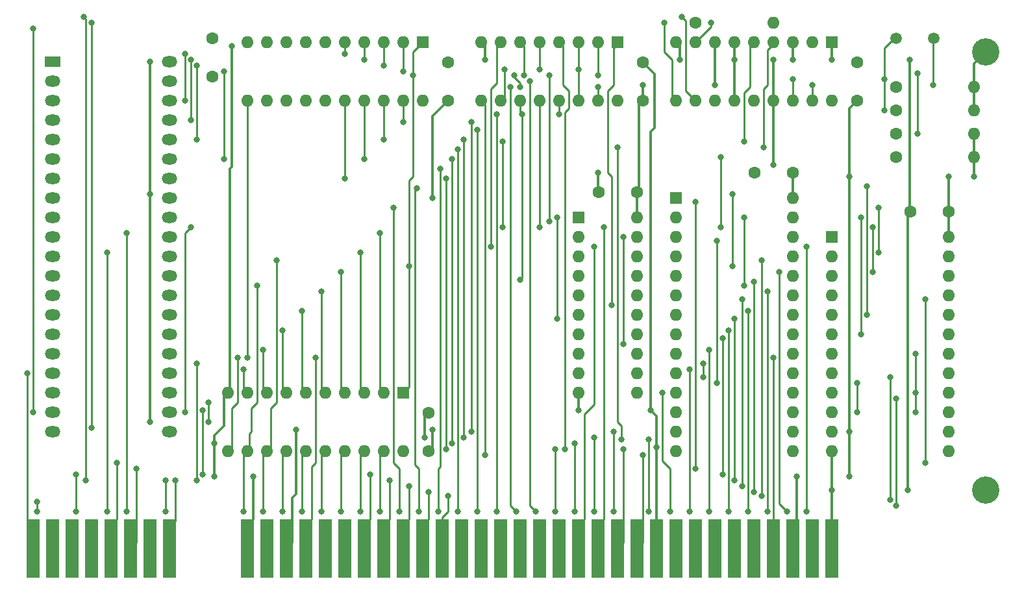
<source format=gbr>
G04 #@! TF.GenerationSoftware,KiCad,Pcbnew,(5.1.8)-1*
G04 #@! TF.CreationDate,2022-07-22T12:19:48-06:00*
G04 #@! TF.ProjectId,8088,38303838-2e6b-4696-9361-645f70636258,rev?*
G04 #@! TF.SameCoordinates,Original*
G04 #@! TF.FileFunction,Copper,L2,Bot*
G04 #@! TF.FilePolarity,Positive*
%FSLAX46Y46*%
G04 Gerber Fmt 4.6, Leading zero omitted, Abs format (unit mm)*
G04 Created by KiCad (PCBNEW (5.1.8)-1) date 2022-07-22 12:19:48*
%MOMM*%
%LPD*%
G01*
G04 APERTURE LIST*
G04 #@! TA.AperFunction,ComponentPad*
%ADD10O,2.000000X1.440000*%
G04 #@! TD*
G04 #@! TA.AperFunction,ComponentPad*
%ADD11R,2.000000X1.440000*%
G04 #@! TD*
G04 #@! TA.AperFunction,ComponentPad*
%ADD12C,1.600000*%
G04 #@! TD*
G04 #@! TA.AperFunction,ComponentPad*
%ADD13C,1.500000*%
G04 #@! TD*
G04 #@! TA.AperFunction,ComponentPad*
%ADD14O,1.600000X1.600000*%
G04 #@! TD*
G04 #@! TA.AperFunction,ComponentPad*
%ADD15R,1.600000X1.600000*%
G04 #@! TD*
G04 #@! TA.AperFunction,ConnectorPad*
%ADD16R,1.780000X7.620000*%
G04 #@! TD*
G04 #@! TA.AperFunction,ComponentPad*
%ADD17C,3.556000*%
G04 #@! TD*
G04 #@! TA.AperFunction,ViaPad*
%ADD18C,0.800000*%
G04 #@! TD*
G04 #@! TA.AperFunction,Conductor*
%ADD19C,0.330200*%
G04 #@! TD*
G04 #@! TA.AperFunction,Conductor*
%ADD20C,0.250000*%
G04 #@! TD*
G04 APERTURE END LIST*
D10*
G04 #@! TO.P,U1,21*
G04 #@! TO.N,/RESET1*
X75176380Y-114528600D03*
G04 #@! TO.P,U1,20*
G04 #@! TO.N,/GND*
X59936380Y-114528600D03*
G04 #@! TO.P,U1,22*
G04 #@! TO.N,/READY1*
X75176380Y-111988600D03*
G04 #@! TO.P,U1,19*
G04 #@! TO.N,/CLK_88*
X59936380Y-111988600D03*
G04 #@! TO.P,U1,23*
G04 #@! TO.N,/GND*
X75176380Y-109448600D03*
G04 #@! TO.P,U1,18*
G04 #@! TO.N,/INTR*
X59936380Y-109448600D03*
G04 #@! TO.P,U1,24*
G04 #@! TO.N,/INTA*
X75176380Y-106908600D03*
G04 #@! TO.P,U1,17*
G04 #@! TO.N,/NMI*
X59936380Y-106908600D03*
G04 #@! TO.P,U1,25*
G04 #@! TO.N,/ALE*
X75176380Y-104368600D03*
G04 #@! TO.P,U1,16*
G04 #@! TO.N,/AD0*
X59936380Y-104368600D03*
G04 #@! TO.P,U1,26*
G04 #@! TO.N,/DEN*
X75176380Y-101828600D03*
G04 #@! TO.P,U1,15*
G04 #@! TO.N,/AD1*
X59936380Y-101828600D03*
G04 #@! TO.P,U1,27*
G04 #@! TO.N,/DTR*
X75176380Y-99288600D03*
G04 #@! TO.P,U1,14*
G04 #@! TO.N,/AD2*
X59936380Y-99288600D03*
G04 #@! TO.P,U1,28*
G04 #@! TO.N,/IO_M*
X75176380Y-96748600D03*
G04 #@! TO.P,U1,13*
G04 #@! TO.N,/AD3*
X59936380Y-96748600D03*
G04 #@! TO.P,U1,29*
G04 #@! TO.N,/WR*
X75176380Y-94208600D03*
G04 #@! TO.P,U1,12*
G04 #@! TO.N,/AD4*
X59936380Y-94208600D03*
G04 #@! TO.P,U1,30*
G04 #@! TO.N,/HOLDA*
X75176380Y-91668600D03*
G04 #@! TO.P,U1,11*
G04 #@! TO.N,/AD5*
X59936380Y-91668600D03*
G04 #@! TO.P,U1,31*
G04 #@! TO.N,/HOLD*
X75176380Y-89128600D03*
G04 #@! TO.P,U1,10*
G04 #@! TO.N,/AD6*
X59936380Y-89128600D03*
G04 #@! TO.P,U1,32*
G04 #@! TO.N,/RD*
X75176380Y-86588600D03*
G04 #@! TO.P,U1,9*
G04 #@! TO.N,/AD7*
X59936380Y-86588600D03*
G04 #@! TO.P,U1,33*
G04 #@! TO.N,/5+*
X75176380Y-84048600D03*
G04 #@! TO.P,U1,8*
G04 #@! TO.N,/A8*
X59936380Y-84048600D03*
G04 #@! TO.P,U1,34*
G04 #@! TO.N,Net-(U1-Pad34)*
X75176380Y-81508600D03*
G04 #@! TO.P,U1,7*
G04 #@! TO.N,/A9*
X59936380Y-81508600D03*
G04 #@! TO.P,U1,35*
G04 #@! TO.N,/A19_*
X75176380Y-78968600D03*
G04 #@! TO.P,U1,6*
G04 #@! TO.N,/A10*
X59936380Y-78968600D03*
G04 #@! TO.P,U1,36*
G04 #@! TO.N,/A18_*
X75176380Y-76428600D03*
G04 #@! TO.P,U1,5*
G04 #@! TO.N,/A11*
X59936380Y-76428600D03*
G04 #@! TO.P,U1,37*
G04 #@! TO.N,/A17_*
X75176380Y-73888600D03*
G04 #@! TO.P,U1,4*
G04 #@! TO.N,/A12*
X59936380Y-73888600D03*
G04 #@! TO.P,U1,38*
G04 #@! TO.N,/A16_*
X75176380Y-71348600D03*
G04 #@! TO.P,U1,3*
G04 #@! TO.N,/A13*
X59936380Y-71348600D03*
G04 #@! TO.P,U1,39*
G04 #@! TO.N,/A15*
X75176380Y-68808600D03*
G04 #@! TO.P,U1,2*
G04 #@! TO.N,/A14*
X59936380Y-68808600D03*
G04 #@! TO.P,U1,40*
G04 #@! TO.N,/5+*
X75176380Y-66268600D03*
D11*
G04 #@! TO.P,U1,1*
G04 #@! TO.N,/GND*
X59936380Y-66268600D03*
G04 #@! TD*
D12*
G04 #@! TO.P,C1,2*
G04 #@! TO.N,/5+*
X80764380Y-68220600D03*
G04 #@! TO.P,C1,1*
G04 #@! TO.N,/GND*
X80764380Y-63220600D03*
G04 #@! TD*
D13*
G04 #@! TO.P,Y1,2*
G04 #@! TO.N,/X1*
X174818380Y-63220600D03*
G04 #@! TO.P,Y1,1*
G04 #@! TO.N,/X2*
X169918380Y-63220600D03*
G04 #@! TD*
D14*
G04 #@! TO.P,U5,16*
G04 #@! TO.N,/5+*
X133596380Y-71348600D03*
G04 #@! TO.P,U5,8*
G04 #@! TO.N,/GND*
X115816380Y-63728600D03*
G04 #@! TO.P,U5,15*
G04 #@! TO.N,/HOLDA*
X131056380Y-71348600D03*
G04 #@! TO.P,U5,7*
G04 #@! TO.N,/IORD*
X118356380Y-63728600D03*
G04 #@! TO.P,U5,14*
G04 #@! TO.N,/PU1*
X128516380Y-71348600D03*
G04 #@! TO.P,U5,6*
G04 #@! TO.N,/RD*
X120896380Y-63728600D03*
G04 #@! TO.P,U5,13*
G04 #@! TO.N,/WR*
X125976380Y-71348600D03*
G04 #@! TO.P,U5,5*
G04 #@! TO.N,/PU1*
X123436380Y-63728600D03*
G04 #@! TO.P,U5,12*
G04 #@! TO.N,/IOWR*
X123436380Y-71348600D03*
G04 #@! TO.P,U5,4*
G04 #@! TO.N,/MRD*
X125976380Y-63728600D03*
G04 #@! TO.P,U5,11*
G04 #@! TO.N,/WR*
X120896380Y-71348600D03*
G04 #@! TO.P,U5,3*
G04 #@! TO.N,/PU1*
X128516380Y-63728600D03*
G04 #@! TO.P,U5,10*
X118356380Y-71348600D03*
G04 #@! TO.P,U5,2*
G04 #@! TO.N,/RD*
X131056380Y-63728600D03*
G04 #@! TO.P,U5,9*
G04 #@! TO.N,/MWR*
X115816380Y-71348600D03*
D15*
G04 #@! TO.P,U5,1*
G04 #@! TO.N,/IO_M*
X133596380Y-63728600D03*
G04 #@! TD*
D14*
G04 #@! TO.P,U8,24*
G04 #@! TO.N,/5+*
X176776380Y-89128600D03*
G04 #@! TO.P,U8,12*
G04 #@! TO.N,/GND*
X161536380Y-117068600D03*
G04 #@! TO.P,U8,23*
G04 #@! TO.N,/IOWR*
X176776380Y-91668600D03*
G04 #@! TO.P,U8,11*
G04 #@! TO.N,/5+*
X161536380Y-114528600D03*
G04 #@! TO.P,U8,22*
G04 #@! TO.N,/IORD*
X176776380Y-94208600D03*
G04 #@! TO.P,U8,10*
G04 #@! TO.N,/IRQ0*
X161536380Y-111988600D03*
G04 #@! TO.P,U8,21*
G04 #@! TO.N,/IO_004X*
X176776380Y-96748600D03*
G04 #@! TO.P,U8,9*
G04 #@! TO.N,/HF_PCLK*
X161536380Y-109448600D03*
G04 #@! TO.P,U8,20*
G04 #@! TO.N,/A1*
X176776380Y-99288600D03*
G04 #@! TO.P,U8,8*
G04 #@! TO.N,/D0*
X161536380Y-106908600D03*
G04 #@! TO.P,U8,19*
G04 #@! TO.N,/A0*
X176776380Y-101828600D03*
G04 #@! TO.P,U8,7*
G04 #@! TO.N,/D1*
X161536380Y-104368600D03*
G04 #@! TO.P,U8,18*
G04 #@! TO.N,/HF_PCLK*
X176776380Y-104368600D03*
G04 #@! TO.P,U8,6*
G04 #@! TO.N,/D2*
X161536380Y-101828600D03*
G04 #@! TO.P,U8,17*
G04 #@! TO.N,/SPK_OUT*
X176776380Y-106908600D03*
G04 #@! TO.P,U8,5*
G04 #@! TO.N,/D3*
X161536380Y-99288600D03*
G04 #@! TO.P,U8,16*
G04 #@! TO.N,/SPK_GO*
X176776380Y-109448600D03*
G04 #@! TO.P,U8,4*
G04 #@! TO.N,/D4*
X161536380Y-96748600D03*
G04 #@! TO.P,U8,15*
G04 #@! TO.N,/HF_PCLK*
X176776380Y-111988600D03*
G04 #@! TO.P,U8,3*
G04 #@! TO.N,/D5*
X161536380Y-94208600D03*
G04 #@! TO.P,U8,14*
G04 #@! TO.N,/5+*
X176776380Y-114528600D03*
G04 #@! TO.P,U8,2*
G04 #@! TO.N,/D6*
X161536380Y-91668600D03*
G04 #@! TO.P,U8,13*
G04 #@! TO.N,Net-(U8-Pad13)*
X176776380Y-117068600D03*
D15*
G04 #@! TO.P,U8,1*
G04 #@! TO.N,/D7*
X161536380Y-89128600D03*
G04 #@! TD*
D14*
G04 #@! TO.P,U7,28*
G04 #@! TO.N,/5+*
X156456380Y-84048600D03*
G04 #@! TO.P,U7,14*
G04 #@! TO.N,/GND*
X141216380Y-117068600D03*
G04 #@! TO.P,U7,27*
G04 #@! TO.N,/A0*
X156456380Y-86588600D03*
G04 #@! TO.P,U7,13*
G04 #@! TO.N,Net-(U7-Pad13)*
X141216380Y-114528600D03*
G04 #@! TO.P,U7,26*
G04 #@! TO.N,/INTA*
X156456380Y-89128600D03*
G04 #@! TO.P,U7,12*
G04 #@! TO.N,Net-(U7-Pad12)*
X141216380Y-111988600D03*
G04 #@! TO.P,U7,25*
G04 #@! TO.N,/IRQ7*
X156456380Y-91668600D03*
G04 #@! TO.P,U7,11*
G04 #@! TO.N,/D0*
X141216380Y-109448600D03*
G04 #@! TO.P,U7,24*
G04 #@! TO.N,/IRQ6*
X156456380Y-94208600D03*
G04 #@! TO.P,U7,10*
G04 #@! TO.N,/D1*
X141216380Y-106908600D03*
G04 #@! TO.P,U7,23*
G04 #@! TO.N,/IRQ5*
X156456380Y-96748600D03*
G04 #@! TO.P,U7,9*
G04 #@! TO.N,/D2*
X141216380Y-104368600D03*
G04 #@! TO.P,U7,22*
G04 #@! TO.N,/IRQ4*
X156456380Y-99288600D03*
G04 #@! TO.P,U7,8*
G04 #@! TO.N,/D3*
X141216380Y-101828600D03*
G04 #@! TO.P,U7,21*
G04 #@! TO.N,/IRQ3*
X156456380Y-101828600D03*
G04 #@! TO.P,U7,7*
G04 #@! TO.N,/D4*
X141216380Y-99288600D03*
G04 #@! TO.P,U7,20*
G04 #@! TO.N,/IRQ2*
X156456380Y-104368600D03*
G04 #@! TO.P,U7,6*
G04 #@! TO.N,/D5*
X141216380Y-96748600D03*
G04 #@! TO.P,U7,19*
G04 #@! TO.N,/IRQ1*
X156456380Y-106908600D03*
G04 #@! TO.P,U7,5*
G04 #@! TO.N,/D6*
X141216380Y-94208600D03*
G04 #@! TO.P,U7,18*
G04 #@! TO.N,/IRQ0*
X156456380Y-109448600D03*
G04 #@! TO.P,U7,4*
G04 #@! TO.N,/D7*
X141216380Y-91668600D03*
G04 #@! TO.P,U7,17*
G04 #@! TO.N,/INTR*
X156456380Y-111988600D03*
G04 #@! TO.P,U7,3*
G04 #@! TO.N,/IORD*
X141216380Y-89128600D03*
G04 #@! TO.P,U7,16*
G04 #@! TO.N,/5+*
X156456380Y-114528600D03*
G04 #@! TO.P,U7,2*
G04 #@! TO.N,/IOWR*
X141216380Y-86588600D03*
G04 #@! TO.P,U7,15*
G04 #@! TO.N,Net-(U7-Pad15)*
X156456380Y-117068600D03*
D15*
G04 #@! TO.P,U7,1*
G04 #@! TO.N,/IO_002X*
X141216380Y-84048600D03*
G04 #@! TD*
D14*
G04 #@! TO.P,U6,18*
G04 #@! TO.N,/5+*
X161536380Y-71348600D03*
G04 #@! TO.P,U6,9*
G04 #@! TO.N,/GND*
X141216380Y-63728600D03*
G04 #@! TO.P,U6,17*
G04 #@! TO.N,/X1*
X158996380Y-71348600D03*
G04 #@! TO.P,U6,8*
G04 #@! TO.N,/CLK1*
X143756380Y-63728600D03*
G04 #@! TO.P,U6,16*
G04 #@! TO.N,/X2*
X156456380Y-71348600D03*
G04 #@! TO.P,U6,7*
G04 #@! TO.N,/5+*
X146296380Y-63728600D03*
G04 #@! TO.P,U6,15*
G04 #@! TO.N,/GND*
X153916380Y-71348600D03*
G04 #@! TO.P,U6,6*
X148836380Y-63728600D03*
G04 #@! TO.P,U6,14*
G04 #@! TO.N,Net-(U6-Pad14)*
X151376380Y-71348600D03*
G04 #@! TO.P,U6,5*
G04 #@! TO.N,/READY1*
X151376380Y-63728600D03*
G04 #@! TO.P,U6,13*
G04 #@! TO.N,/GND*
X148836380Y-71348600D03*
G04 #@! TO.P,U6,4*
G04 #@! TO.N,/RDY1*
X153916380Y-63728600D03*
G04 #@! TO.P,U6,12*
G04 #@! TO.N,Net-(U6-Pad12)*
X146296380Y-71348600D03*
G04 #@! TO.P,U6,3*
G04 #@! TO.N,/GND*
X156456380Y-63728600D03*
G04 #@! TO.P,U6,11*
G04 #@! TO.N,/RESET*
X143756380Y-71348600D03*
G04 #@! TO.P,U6,2*
G04 #@! TO.N,Net-(U6-Pad2)*
X158996380Y-63728600D03*
G04 #@! TO.P,U6,10*
G04 #@! TO.N,/RESET1*
X141216380Y-71348600D03*
D15*
G04 #@! TO.P,U6,1*
G04 #@! TO.N,/GND*
X161536380Y-63728600D03*
G04 #@! TD*
D14*
G04 #@! TO.P,R4,2*
G04 #@! TO.N,/5+*
X180078380Y-75666600D03*
D12*
G04 #@! TO.P,R4,1*
G04 #@! TO.N,/PU1*
X169918380Y-75666600D03*
G04 #@! TD*
D14*
G04 #@! TO.P,R2,2*
G04 #@! TO.N,/GND*
X180078380Y-69570600D03*
D12*
G04 #@! TO.P,R2,1*
G04 #@! TO.N,/X1*
X169918380Y-69570600D03*
G04 #@! TD*
D14*
G04 #@! TO.P,R3,2*
G04 #@! TO.N,/GND*
X180078380Y-72618600D03*
D12*
G04 #@! TO.P,R3,1*
G04 #@! TO.N,/X2*
X169918380Y-72618600D03*
G04 #@! TD*
D14*
G04 #@! TO.P,R1,2*
G04 #@! TO.N,/CLK1*
X153916380Y-61188600D03*
D12*
G04 #@! TO.P,R1,1*
G04 #@! TO.N,/CLK_88*
X143756380Y-61188600D03*
G04 #@! TD*
D14*
G04 #@! TO.P,R5,2*
G04 #@! TO.N,/5+*
X180078380Y-78714600D03*
D12*
G04 #@! TO.P,R5,1*
G04 #@! TO.N,/DEN*
X169918380Y-78714600D03*
G04 #@! TD*
G04 #@! TO.P,C8,2*
G04 #@! TO.N,/5+*
X176776380Y-85826600D03*
G04 #@! TO.P,C8,1*
G04 #@! TO.N,/GND*
X171776380Y-85826600D03*
G04 #@! TD*
G04 #@! TO.P,C7,2*
G04 #@! TO.N,/5+*
X156456380Y-80746600D03*
G04 #@! TO.P,C7,1*
G04 #@! TO.N,/GND*
X151456380Y-80746600D03*
G04 #@! TD*
G04 #@! TO.P,C6,2*
G04 #@! TO.N,/5+*
X164838380Y-71348600D03*
G04 #@! TO.P,C6,1*
G04 #@! TO.N,/GND*
X164838380Y-66348600D03*
G04 #@! TD*
G04 #@! TO.P,C5,2*
G04 #@! TO.N,/5+*
X136898380Y-71348600D03*
G04 #@! TO.P,C5,1*
G04 #@! TO.N,/GND*
X136898380Y-66348600D03*
G04 #@! TD*
D16*
G04 #@! TO.P,J1,8*
G04 #@! TO.N,/NMI*
X57396380Y-129768600D03*
G04 #@! TO.P,J1,7*
G04 #@! TO.N,Net-(J1-Pad7)*
X59936380Y-129768600D03*
G04 #@! TO.P,J1,6*
G04 #@! TO.N,/IO_008X*
X62476380Y-129768600D03*
G04 #@! TO.P,J1,5*
G04 #@! TO.N,/IO_006X*
X65016380Y-129768600D03*
G04 #@! TO.P,J1,4*
G04 #@! TO.N,/IO_004X*
X67556380Y-129768600D03*
G04 #@! TO.P,J1,3*
G04 #@! TO.N,/IO_002X*
X70096380Y-129768600D03*
G04 #@! TO.P,J1,2*
G04 #@! TO.N,/IO_000X*
X72636380Y-129768600D03*
G04 #@! TO.P,J1,1*
G04 #@! TO.N,/IRQ1*
X75176380Y-129768600D03*
G04 #@! TD*
D14*
G04 #@! TO.P,U4,20*
G04 #@! TO.N,/5+*
X136136380Y-86588600D03*
G04 #@! TO.P,U4,10*
G04 #@! TO.N,/GND*
X128516380Y-109448600D03*
G04 #@! TO.P,U4,19*
G04 #@! TO.N,/DEN*
X136136380Y-89128600D03*
G04 #@! TO.P,U4,9*
G04 #@! TO.N,/AD0*
X128516380Y-106908600D03*
G04 #@! TO.P,U4,18*
G04 #@! TO.N,/D7*
X136136380Y-91668600D03*
G04 #@! TO.P,U4,8*
G04 #@! TO.N,/AD1*
X128516380Y-104368600D03*
G04 #@! TO.P,U4,17*
G04 #@! TO.N,/D6*
X136136380Y-94208600D03*
G04 #@! TO.P,U4,7*
G04 #@! TO.N,/AD2*
X128516380Y-101828600D03*
G04 #@! TO.P,U4,16*
G04 #@! TO.N,/D5*
X136136380Y-96748600D03*
G04 #@! TO.P,U4,6*
G04 #@! TO.N,/AD3*
X128516380Y-99288600D03*
G04 #@! TO.P,U4,15*
G04 #@! TO.N,/D4*
X136136380Y-99288600D03*
G04 #@! TO.P,U4,5*
G04 #@! TO.N,/AD4*
X128516380Y-96748600D03*
G04 #@! TO.P,U4,14*
G04 #@! TO.N,/D3*
X136136380Y-101828600D03*
G04 #@! TO.P,U4,4*
G04 #@! TO.N,/AD5*
X128516380Y-94208600D03*
G04 #@! TO.P,U4,13*
G04 #@! TO.N,/D2*
X136136380Y-104368600D03*
G04 #@! TO.P,U4,3*
G04 #@! TO.N,/AD6*
X128516380Y-91668600D03*
G04 #@! TO.P,U4,12*
G04 #@! TO.N,/D1*
X136136380Y-106908600D03*
G04 #@! TO.P,U4,2*
G04 #@! TO.N,/AD7*
X128516380Y-89128600D03*
G04 #@! TO.P,U4,11*
G04 #@! TO.N,/D0*
X136136380Y-109448600D03*
D15*
G04 #@! TO.P,U4,1*
G04 #@! TO.N,/DTR*
X128516380Y-86588600D03*
G04 #@! TD*
D14*
G04 #@! TO.P,U2,20*
G04 #@! TO.N,/5+*
X108196380Y-71348600D03*
G04 #@! TO.P,U2,10*
G04 #@! TO.N,/GND*
X85336380Y-63728600D03*
G04 #@! TO.P,U2,19*
G04 #@! TO.N,/A19*
X105656380Y-71348600D03*
G04 #@! TO.P,U2,9*
G04 #@! TO.N,Net-(U2-Pad9)*
X87876380Y-63728600D03*
G04 #@! TO.P,U2,18*
G04 #@! TO.N,/A18*
X103116380Y-71348600D03*
G04 #@! TO.P,U2,8*
G04 #@! TO.N,Net-(U2-Pad8)*
X90416380Y-63728600D03*
G04 #@! TO.P,U2,17*
G04 #@! TO.N,/A17*
X100576380Y-71348600D03*
G04 #@! TO.P,U2,7*
G04 #@! TO.N,Net-(U2-Pad7)*
X92956380Y-63728600D03*
G04 #@! TO.P,U2,16*
G04 #@! TO.N,/A16*
X98036380Y-71348600D03*
G04 #@! TO.P,U2,6*
G04 #@! TO.N,Net-(U2-Pad6)*
X95496380Y-63728600D03*
G04 #@! TO.P,U2,15*
G04 #@! TO.N,Net-(U2-Pad15)*
X95496380Y-71348600D03*
G04 #@! TO.P,U2,5*
G04 #@! TO.N,/A16_*
X98036380Y-63728600D03*
G04 #@! TO.P,U2,14*
G04 #@! TO.N,Net-(U2-Pad14)*
X92956380Y-71348600D03*
G04 #@! TO.P,U2,4*
G04 #@! TO.N,/A17_*
X100576380Y-63728600D03*
G04 #@! TO.P,U2,13*
G04 #@! TO.N,Net-(U2-Pad13)*
X90416380Y-71348600D03*
G04 #@! TO.P,U2,3*
G04 #@! TO.N,/A18_*
X103116380Y-63728600D03*
G04 #@! TO.P,U2,12*
G04 #@! TO.N,Net-(U2-Pad12)*
X87876380Y-71348600D03*
G04 #@! TO.P,U2,2*
G04 #@! TO.N,/A19_*
X105656380Y-63728600D03*
G04 #@! TO.P,U2,11*
G04 #@! TO.N,/ALE*
X85336380Y-71348600D03*
D15*
G04 #@! TO.P,U2,1*
G04 #@! TO.N,/HOLDA*
X108196380Y-63728600D03*
G04 #@! TD*
D14*
G04 #@! TO.P,U3,20*
G04 #@! TO.N,/5+*
X105656380Y-117068600D03*
G04 #@! TO.P,U3,10*
G04 #@! TO.N,/GND*
X82796380Y-109448600D03*
G04 #@! TO.P,U3,19*
G04 #@! TO.N,/A7*
X103116380Y-117068600D03*
G04 #@! TO.P,U3,9*
G04 #@! TO.N,/AD0*
X85336380Y-109448600D03*
G04 #@! TO.P,U3,18*
G04 #@! TO.N,/A6*
X100576380Y-117068600D03*
G04 #@! TO.P,U3,8*
G04 #@! TO.N,/AD1*
X87876380Y-109448600D03*
G04 #@! TO.P,U3,17*
G04 #@! TO.N,/A5*
X98036380Y-117068600D03*
G04 #@! TO.P,U3,7*
G04 #@! TO.N,/AD2*
X90416380Y-109448600D03*
G04 #@! TO.P,U3,16*
G04 #@! TO.N,/A4*
X95496380Y-117068600D03*
G04 #@! TO.P,U3,6*
G04 #@! TO.N,/AD3*
X92956380Y-109448600D03*
G04 #@! TO.P,U3,15*
G04 #@! TO.N,/A3*
X92956380Y-117068600D03*
G04 #@! TO.P,U3,5*
G04 #@! TO.N,/AD4*
X95496380Y-109448600D03*
G04 #@! TO.P,U3,14*
G04 #@! TO.N,/A2*
X90416380Y-117068600D03*
G04 #@! TO.P,U3,4*
G04 #@! TO.N,/AD5*
X98036380Y-109448600D03*
G04 #@! TO.P,U3,13*
G04 #@! TO.N,/A1*
X87876380Y-117068600D03*
G04 #@! TO.P,U3,3*
G04 #@! TO.N,/AD6*
X100576380Y-109448600D03*
G04 #@! TO.P,U3,12*
G04 #@! TO.N,/A0*
X85336380Y-117068600D03*
G04 #@! TO.P,U3,2*
G04 #@! TO.N,/AD7*
X103116380Y-109448600D03*
G04 #@! TO.P,U3,11*
G04 #@! TO.N,/ALE*
X82796380Y-117068600D03*
D15*
G04 #@! TO.P,U3,1*
G04 #@! TO.N,/HOLDA*
X105656380Y-109448600D03*
G04 #@! TD*
D12*
G04 #@! TO.P,C4,2*
G04 #@! TO.N,/5+*
X136136380Y-83286600D03*
G04 #@! TO.P,C4,1*
G04 #@! TO.N,/GND*
X131136380Y-83286600D03*
G04 #@! TD*
G04 #@! TO.P,C3,2*
G04 #@! TO.N,/5+*
X108958380Y-117068600D03*
G04 #@! TO.P,C3,1*
G04 #@! TO.N,/GND*
X108958380Y-112068600D03*
G04 #@! TD*
G04 #@! TO.P,C2,2*
G04 #@! TO.N,/5+*
X111498380Y-71348600D03*
G04 #@! TO.P,C2,1*
G04 #@! TO.N,/GND*
X111498380Y-66348600D03*
G04 #@! TD*
D16*
G04 #@! TO.P,J9,31*
G04 #@! TO.N,/GND*
X85336380Y-129768600D03*
G04 #@! TO.P,J9,30*
G04 #@! TO.N,/OSC88*
X87876380Y-129768600D03*
G04 #@! TO.P,J9,29*
G04 #@! TO.N,/5+*
X90416380Y-129768600D03*
G04 #@! TO.P,J9,28*
G04 #@! TO.N,/ALE*
X92956380Y-129768600D03*
G04 #@! TO.P,J9,27*
G04 #@! TO.N,/TC*
X95496380Y-129768600D03*
G04 #@! TO.P,J9,26*
G04 #@! TO.N,/DACK2*
X98036380Y-129768600D03*
G04 #@! TO.P,J9,25*
G04 #@! TO.N,/IRQ3*
X100576380Y-129768600D03*
G04 #@! TO.P,J9,24*
G04 #@! TO.N,/IRQ4*
X103116380Y-129768600D03*
G04 #@! TO.P,J9,23*
G04 #@! TO.N,/IRQ5*
X105656380Y-129768600D03*
G04 #@! TO.P,J9,22*
G04 #@! TO.N,/IRQ6*
X108196380Y-129768600D03*
G04 #@! TO.P,J9,21*
G04 #@! TO.N,/IRQ7*
X110736380Y-129768600D03*
G04 #@! TO.P,J9,20*
G04 #@! TO.N,/CLK88*
X113276380Y-129768600D03*
G04 #@! TO.P,J9,19*
G04 #@! TO.N,/REFRQ*
X115816380Y-129768600D03*
G04 #@! TO.P,J9,18*
G04 #@! TO.N,/DRQ1*
X118356380Y-129768600D03*
G04 #@! TO.P,J9,17*
G04 #@! TO.N,/DACK1*
X120896380Y-129768600D03*
G04 #@! TO.P,J9,16*
G04 #@! TO.N,/DRQ3*
X123436380Y-129768600D03*
G04 #@! TO.P,J9,15*
G04 #@! TO.N,/DACK3*
X125976380Y-129768600D03*
G04 #@! TO.P,J9,14*
G04 #@! TO.N,/IORD*
X128516380Y-129768600D03*
G04 #@! TO.P,J9,13*
G04 #@! TO.N,/IOWR*
X131056380Y-129768600D03*
G04 #@! TO.P,J9,12*
G04 #@! TO.N,/MRD*
X133596380Y-129768600D03*
G04 #@! TO.P,J9,11*
G04 #@! TO.N,/MWR*
X136136380Y-129768600D03*
G04 #@! TO.P,J9,10*
G04 #@! TO.N,/GND*
X138676380Y-129768600D03*
G04 #@! TO.P,J9,9*
G04 #@! TO.N,/12+*
X141216380Y-129768600D03*
G04 #@! TO.P,J9,8*
G04 #@! TO.N,/NC*
X143756380Y-129768600D03*
G04 #@! TO.P,J9,7*
G04 #@! TO.N,/12-*
X146296380Y-129768600D03*
G04 #@! TO.P,J9,6*
G04 #@! TO.N,/DRQ2*
X148836380Y-129768600D03*
G04 #@! TO.P,J9,5*
G04 #@! TO.N,/5-*
X151376380Y-129768600D03*
G04 #@! TO.P,J9,4*
G04 #@! TO.N,/IRQ2*
X153916380Y-129768600D03*
G04 #@! TO.P,J9,3*
G04 #@! TO.N,/5+*
X156456380Y-129768600D03*
G04 #@! TO.P,J9,2*
G04 #@! TO.N,/RESOUT*
X158996380Y-129768600D03*
G04 #@! TO.P,J9,1*
G04 #@! TO.N,/GND*
X161536380Y-129768600D03*
G04 #@! TD*
D17*
G04 #@! TO.P,R,1*
G04 #@! TO.N,/GND*
X181602380Y-122148600D03*
G04 #@! TD*
G04 #@! TO.P,R,1*
G04 #@! TO.N,/GND*
X181602380Y-64998600D03*
G04 #@! TD*
D18*
G04 #@! TO.N,/5+*
X156964380Y-120370600D03*
X163822380Y-120370600D03*
X163822380Y-114528600D03*
X72636380Y-83540600D03*
X176776380Y-81254600D03*
X109466380Y-84048600D03*
X72636380Y-113258600D03*
X109466380Y-114274596D03*
X163822380Y-81254600D03*
X146296380Y-69316600D03*
X136898380Y-69316600D03*
X180078380Y-81254600D03*
X91686384Y-114274596D03*
X72636380Y-66268600D03*
G04 #@! TO.N,/GND*
X161536380Y-122148600D03*
X108450380Y-115290600D03*
X83304380Y-64236600D03*
X161536380Y-66014600D03*
X156456380Y-66014600D03*
X153916380Y-66014600D03*
X148836380Y-66014600D03*
X141724380Y-66014600D03*
X116324380Y-66014600D03*
X128516380Y-111734600D03*
X137914380Y-111734600D03*
X171696380Y-66014600D03*
X171442380Y-122148600D03*
X153916380Y-79730600D03*
X131056380Y-80746600D03*
X138676380Y-116560600D03*
X81018380Y-116052600D03*
X86098380Y-120370600D03*
X81018380Y-120370600D03*
G04 #@! TO.N,/IRQ2*
X153916380Y-104876600D03*
G04 #@! TO.N,/IRQ7*
X152392380Y-92176600D03*
X111498380Y-122910600D03*
X152392380Y-122910600D03*
G04 #@! TO.N,/IRQ6*
X108958380Y-122402600D03*
X151376380Y-94970600D03*
X151376380Y-122402600D03*
G04 #@! TO.N,/IRQ5*
X106418380Y-121640600D03*
X149852380Y-121640600D03*
X149852380Y-97256600D03*
G04 #@! TO.N,/IRQ4*
X103878380Y-120878600D03*
X148836380Y-120878600D03*
X148836380Y-99796600D03*
G04 #@! TO.N,/IRQ3*
X101338380Y-120116600D03*
X147312380Y-120116600D03*
X147312380Y-102336600D03*
G04 #@! TO.N,/ALE*
X84066380Y-104876600D03*
X85336380Y-104876600D03*
X94226380Y-104876600D03*
G04 #@! TO.N,/D7*
X158234380Y-124942600D03*
X158234380Y-90398600D03*
G04 #@! TO.N,/D6*
X155694380Y-124942600D03*
X154678380Y-93700600D03*
G04 #@! TO.N,/D5*
X153154380Y-124942600D03*
X153154380Y-96240600D03*
G04 #@! TO.N,/D4*
X150614380Y-124942600D03*
X150614380Y-98780600D03*
G04 #@! TO.N,/D3*
X148074380Y-124942600D03*
X148074380Y-101320600D03*
G04 #@! TO.N,/D2*
X145534380Y-124942600D03*
X145534380Y-103860600D03*
G04 #@! TO.N,/D1*
X142994380Y-124942600D03*
X142994380Y-106400600D03*
G04 #@! TO.N,/D0*
X140454380Y-124942600D03*
X139438380Y-109448600D03*
G04 #@! TO.N,/RDY1*
X152646380Y-77444600D03*
X133596380Y-77444600D03*
X134104380Y-115544600D03*
X137660380Y-115544600D03*
X137660380Y-124942600D03*
G04 #@! TO.N,/A19*
X133088380Y-124942600D03*
X133088380Y-114528600D03*
X114546380Y-114528600D03*
X114546380Y-74142600D03*
X105656380Y-74142600D03*
G04 #@! TO.N,/A18*
X130548380Y-124942600D03*
X130548380Y-115290600D03*
X103116380Y-76428600D03*
X113530380Y-76428600D03*
X113530380Y-115290600D03*
G04 #@! TO.N,/A17*
X128008380Y-124942600D03*
X128008380Y-116052600D03*
X100576380Y-78968600D03*
X112006380Y-78968600D03*
X112006380Y-116052600D03*
G04 #@! TO.N,/A16*
X125468380Y-124942600D03*
X125468380Y-116814600D03*
X111244380Y-116814600D03*
X98036388Y-81508600D03*
X111244380Y-81508600D03*
G04 #@! TO.N,/A15*
X122928380Y-124942600D03*
X122166380Y-68808600D03*
G04 #@! TO.N,/A14*
X120388380Y-124942600D03*
X119626380Y-69570600D03*
G04 #@! TO.N,/A13*
X117848380Y-124942600D03*
X117848380Y-73126600D03*
G04 #@! TO.N,/A12*
X115308380Y-124942600D03*
X115308380Y-75158600D03*
G04 #@! TO.N,/A11*
X112768380Y-124942600D03*
X112768380Y-77698600D03*
G04 #@! TO.N,/A10*
X110228380Y-124942600D03*
X110482380Y-80238600D03*
G04 #@! TO.N,/A9*
X107688380Y-124942600D03*
X107434380Y-82778600D03*
G04 #@! TO.N,/A8*
X105148380Y-124942600D03*
X104386380Y-85318600D03*
G04 #@! TO.N,/A7*
X102608380Y-124942600D03*
G04 #@! TO.N,/A6*
X100068380Y-124942600D03*
G04 #@! TO.N,/A5*
X97528380Y-124942600D03*
G04 #@! TO.N,/A4*
X94988380Y-124942600D03*
G04 #@! TO.N,/A3*
X92448380Y-124942600D03*
G04 #@! TO.N,/A2*
X89908380Y-124942600D03*
G04 #@! TO.N,/A1*
X87368380Y-124942600D03*
X89146380Y-92176600D03*
X148582380Y-92938600D03*
X148582380Y-83540600D03*
X166108380Y-82524600D03*
X166108380Y-99288600D03*
G04 #@! TO.N,/A0*
X84828380Y-124942600D03*
X86606380Y-95478600D03*
X150106380Y-86588600D03*
X150106380Y-95478600D03*
X165346380Y-86588600D03*
X165346380Y-101828600D03*
G04 #@! TO.N,/MWR*
X136898380Y-117576602D03*
X116324380Y-117576600D03*
G04 #@! TO.N,/MRD*
X126738380Y-116814600D03*
X134358382Y-116814600D03*
G04 #@! TO.N,/IOWR*
X123436380Y-87858600D03*
X131818380Y-87858600D03*
X167632380Y-85318590D03*
X167595381Y-91123601D03*
G04 #@! TO.N,/IORD*
X117086380Y-90398600D03*
X130548380Y-90398600D03*
X166870380Y-87858600D03*
X166870380Y-93700600D03*
G04 #@! TO.N,/AD0*
X84828380Y-106400600D03*
G04 #@! TO.N,/AD2*
X89908380Y-101320600D03*
G04 #@! TO.N,/AD4*
X94988380Y-96240600D03*
G04 #@! TO.N,/AD6*
X100068380Y-91160600D03*
G04 #@! TO.N,/AD1*
X87368380Y-103860600D03*
G04 #@! TO.N,/AD3*
X92448380Y-98780600D03*
G04 #@! TO.N,/AD5*
X97528380Y-93700600D03*
G04 #@! TO.N,/AD7*
X102608380Y-88620600D03*
G04 #@! TO.N,/A16_*
X98036380Y-65252600D03*
X77208380Y-71348602D03*
X77208380Y-65255710D03*
G04 #@! TO.N,/A18_*
X103116380Y-66776600D03*
X78732380Y-76428600D03*
X78732380Y-66776600D03*
G04 #@! TO.N,/A17_*
X100576380Y-66014600D03*
X77970380Y-66014600D03*
X77970380Y-73888600D03*
G04 #@! TO.N,/A19_*
X105656380Y-67538600D03*
X82288380Y-67538600D03*
X82288380Y-78968600D03*
G04 #@! TO.N,/SPK_OUT*
X57904380Y-124942600D03*
X57904368Y-123672600D03*
X169156380Y-123418600D03*
X169156380Y-107416600D03*
G04 #@! TO.N,/SPK_GO*
X169918380Y-124180600D03*
X169918380Y-110210600D03*
G04 #@! TO.N,/HF_PCLK*
X172458380Y-109448600D03*
X172458380Y-104368600D03*
X172458380Y-111988600D03*
X62984380Y-124942600D03*
X79494380Y-111734600D03*
X79494372Y-120116600D03*
X62984380Y-120116600D03*
G04 #@! TO.N,/HOLDA*
X67048380Y-124942600D03*
X67048380Y-91160600D03*
X106418380Y-92938600D03*
X106926380Y-68046600D03*
X120896380Y-69570600D03*
X120134380Y-68046600D03*
X131056380Y-69570600D03*
G04 #@! TO.N,/HOLD*
X69588380Y-124942600D03*
X69588380Y-88620600D03*
G04 #@! TO.N,/RESET*
X74668380Y-124942600D03*
X64254380Y-120878600D03*
X74668380Y-120878600D03*
X141978380Y-60426600D03*
X64000380Y-60426600D03*
G04 #@! TO.N,/NMI*
X56634380Y-106908600D03*
G04 #@! TO.N,/IO_004X*
X68318380Y-118592600D03*
X173728380Y-118592600D03*
X173728380Y-97256600D03*
G04 #@! TO.N,/IO_002X*
X143756380Y-119354600D03*
X143756380Y-84556600D03*
X70858380Y-119354600D03*
G04 #@! TO.N,/IRQ1*
X75938380Y-120878600D03*
X78732380Y-120878600D03*
X144772380Y-107416600D03*
X144772380Y-105638600D03*
X78732380Y-105638600D03*
G04 #@! TO.N,/DEN*
X134358380Y-103098600D03*
X134358380Y-89128600D03*
X147058380Y-87858600D03*
X147058380Y-78714600D03*
G04 #@! TO.N,/X1*
X158996380Y-69316600D03*
X174744380Y-69316600D03*
G04 #@! TO.N,/DTR*
X125722380Y-86588600D03*
X125722380Y-99796600D03*
G04 #@! TO.N,/X2*
X156456380Y-68554600D03*
X168394380Y-68554600D03*
X168394380Y-72618600D03*
G04 #@! TO.N,/CLK1*
X145788380Y-61188600D03*
G04 #@! TO.N,/CLK_88*
X57396380Y-111988600D03*
X57396380Y-61950600D03*
G04 #@! TO.N,/PU1*
X123436380Y-67284600D03*
X128516380Y-67284600D03*
X118864380Y-67284600D03*
X172712380Y-67792600D03*
X172712380Y-75666600D03*
G04 #@! TO.N,/READY1*
X150106380Y-76682600D03*
X118610380Y-76682600D03*
X118610380Y-87858600D03*
X77208380Y-111988600D03*
X77970380Y-87858600D03*
G04 #@! TO.N,/RESET1*
X139692380Y-61188600D03*
X65016380Y-114020600D03*
X65016380Y-61188600D03*
G04 #@! TO.N,/INTR*
X80256380Y-110718600D03*
X80256380Y-113258600D03*
G04 #@! TO.N,/RD*
X131056380Y-68046600D03*
X124706380Y-68046600D03*
X124706380Y-87096600D03*
X121404380Y-68046600D03*
G04 #@! TO.N,/WR*
X120896380Y-94716600D03*
X125976380Y-73126600D03*
X121150380Y-73126600D03*
G04 #@! TO.N,/IO_M*
X132834380Y-98018600D03*
G04 #@! TO.N,/INTA*
X146550380Y-108178600D03*
X146550380Y-89636600D03*
G04 #@! TO.N,/IRQ0*
X164838380Y-111988600D03*
X164838374Y-108178600D03*
G04 #@! TD*
D19*
G04 #@! TO.N,/5+*
X156456380Y-129768600D02*
X156456380Y-126466600D01*
X156456380Y-126466600D02*
X156964380Y-125958600D01*
X156964380Y-125958600D02*
X156964380Y-120370600D01*
X156964380Y-120370600D02*
X156964380Y-120370600D01*
X163822380Y-120370600D02*
X163822380Y-114528600D01*
X163822380Y-114528600D02*
X163822380Y-114528600D01*
X156456380Y-84048600D02*
X156456380Y-80746600D01*
X176776380Y-89128600D02*
X176776380Y-85826600D01*
X176776380Y-85826600D02*
X176776380Y-81508600D01*
X176776380Y-81508600D02*
X176776380Y-81254600D01*
X176776380Y-81254600D02*
X176776380Y-81254600D01*
X136390380Y-71856600D02*
X136898380Y-71348600D01*
X136390380Y-83032600D02*
X136390380Y-71856600D01*
X136136380Y-83286600D02*
X136390380Y-83032600D01*
X109466380Y-73380600D02*
X111498380Y-71348600D01*
X109466380Y-84048600D02*
X109466380Y-73380600D01*
X109466380Y-114274600D02*
X109466380Y-116560600D01*
X109466380Y-116560600D02*
X108958380Y-117068600D01*
X72636380Y-83540600D02*
X72636380Y-113258600D01*
X72636380Y-113258600D02*
X72636380Y-113258600D01*
X164076380Y-72110600D02*
X164838380Y-71348600D01*
X163822380Y-72364600D02*
X164076380Y-72110600D01*
X163822380Y-114528600D02*
X163822380Y-81254600D01*
X163822380Y-81254600D02*
X163822380Y-72364600D01*
X136136380Y-83286600D02*
X136136380Y-86588600D01*
X146296380Y-63728600D02*
X146296380Y-69316600D01*
X146296380Y-69316600D02*
X146296380Y-69316600D01*
X136898380Y-69316600D02*
X136898380Y-71348600D01*
X180078380Y-81254600D02*
X180078380Y-81254600D01*
X180078380Y-75666600D02*
X180078380Y-78714600D01*
X180078380Y-78714600D02*
X180078380Y-81254600D01*
X91178380Y-129006600D02*
X90416380Y-129768600D01*
X91178380Y-123164600D02*
X91178380Y-129006600D01*
X91686384Y-122656596D02*
X91178380Y-123164600D01*
X91686384Y-114274596D02*
X91686384Y-122656596D01*
X72636380Y-83540600D02*
X72636380Y-66268600D01*
G04 #@! TO.N,/GND*
X161536380Y-129768600D02*
X161536380Y-122148600D01*
X108450380Y-112576600D02*
X108958380Y-112068600D01*
X108450380Y-115290600D02*
X108450380Y-112576600D01*
X82796380Y-109448600D02*
X82796380Y-108940600D01*
X82796380Y-108940600D02*
X83050380Y-108686600D01*
X83050380Y-108686600D02*
X83050380Y-106400600D01*
X83050380Y-106400600D02*
X83050380Y-90906600D01*
X83050380Y-90906600D02*
X83050380Y-80238600D01*
X83050380Y-80238600D02*
X83304380Y-79984600D01*
X83304380Y-79984600D02*
X83304380Y-64236600D01*
X83304380Y-64236600D02*
X83304380Y-64236600D01*
X116324380Y-64236600D02*
X115816380Y-63728600D01*
X116324380Y-66014600D02*
X116324380Y-64236600D01*
X141724380Y-64236600D02*
X141216380Y-63728600D01*
X141724380Y-66014600D02*
X141724380Y-64236600D01*
X148836380Y-66014600D02*
X148836380Y-63728600D01*
X148836380Y-66014600D02*
X148836380Y-71348600D01*
X161536380Y-66014600D02*
X161536380Y-63728600D01*
X156456380Y-66014600D02*
X156456380Y-63728600D01*
X153916380Y-66014600D02*
X153916380Y-71348600D01*
X128516380Y-111734600D02*
X128516380Y-109448600D01*
X138422380Y-67872600D02*
X136898380Y-66348600D01*
X137914380Y-75412600D02*
X138422380Y-74904600D01*
X138422380Y-74904600D02*
X138422380Y-67872600D01*
X137914380Y-111734600D02*
X137914380Y-75412600D01*
X161536380Y-117068600D02*
X161536380Y-122148600D01*
X180078380Y-66522600D02*
X180078380Y-69570600D01*
X181602380Y-64998600D02*
X180078380Y-66522600D01*
X180078380Y-69570600D02*
X180078380Y-72618600D01*
X171696380Y-77190600D02*
X171696380Y-66014600D01*
X171696380Y-85746600D02*
X171696380Y-77190600D01*
X171776380Y-85826600D02*
X171696380Y-85746600D01*
X171776380Y-85826600D02*
X171776380Y-86000600D01*
X171776380Y-86000600D02*
X171442380Y-86334600D01*
X171442380Y-86334600D02*
X171442380Y-122148600D01*
X171442380Y-122148600D02*
X171442380Y-122148600D01*
X153916380Y-71348600D02*
X153916380Y-79730600D01*
X153916380Y-79730600D02*
X153916380Y-79730600D01*
X131056380Y-83206600D02*
X131136380Y-83286600D01*
X131056380Y-80746600D02*
X131056380Y-83206600D01*
X138676380Y-129768600D02*
X138676380Y-116560600D01*
X138676380Y-112496600D02*
X138676380Y-116560600D01*
X137914380Y-111734600D02*
X138676380Y-112496600D01*
X81018380Y-116052600D02*
X81018380Y-116052600D01*
X82288380Y-109956600D02*
X82796380Y-109448600D01*
X82288380Y-113766600D02*
X82288380Y-109956600D01*
X81018380Y-115036600D02*
X82288380Y-113766600D01*
X81018380Y-116052600D02*
X81018380Y-115036600D01*
X86098380Y-125958600D02*
X86098380Y-120370600D01*
X85336380Y-126720600D02*
X86098380Y-125958600D01*
X85336380Y-129768600D02*
X85336380Y-126720600D01*
X86098380Y-120370600D02*
X86098380Y-120370600D01*
X81018380Y-120370600D02*
X81018380Y-116052600D01*
D20*
G04 #@! TO.N,/IRQ2*
X153916380Y-129768600D02*
X153916380Y-104876600D01*
X153916380Y-104876600D02*
X153916380Y-104876600D01*
G04 #@! TO.N,/IRQ7*
X110736380Y-129768600D02*
X110736380Y-125708600D01*
X110736380Y-125708600D02*
X111498380Y-124946600D01*
X111498380Y-124946600D02*
X111498380Y-122910600D01*
X152392380Y-92176600D02*
X152392380Y-122910600D01*
G04 #@! TO.N,/IRQ6*
X108958380Y-125958600D02*
X108958380Y-122402600D01*
X108196380Y-126720600D02*
X108958380Y-125958600D01*
X108196380Y-129768600D02*
X108196380Y-126720600D01*
X108958380Y-122402600D02*
X108958380Y-122402600D01*
X151376380Y-94970600D02*
X151376380Y-122402600D01*
X151376380Y-122402600D02*
X151376380Y-122402600D01*
G04 #@! TO.N,/IRQ5*
X106418380Y-125958600D02*
X106418380Y-121640600D01*
X105656380Y-126720600D02*
X106418380Y-125958600D01*
X105656380Y-129768600D02*
X105656380Y-126720600D01*
X106418380Y-121640600D02*
X106418380Y-121640600D01*
X149852380Y-121640600D02*
X149852380Y-97256600D01*
X149852380Y-97256600D02*
X149852380Y-97256600D01*
G04 #@! TO.N,/IRQ4*
X103878380Y-125958600D02*
X103878380Y-120878600D01*
X103116380Y-126720600D02*
X103878380Y-125958600D01*
X103116380Y-129768600D02*
X103116380Y-126720600D01*
X148836380Y-120878600D02*
X148836380Y-99796600D01*
X148836380Y-99796600D02*
X148836380Y-99796600D01*
G04 #@! TO.N,/IRQ3*
X101338380Y-125958600D02*
X101338380Y-120116600D01*
X100576380Y-126720600D02*
X101338380Y-125958600D01*
X100576380Y-129768600D02*
X100576380Y-126720600D01*
X101338380Y-120116600D02*
X101338380Y-120116600D01*
X147312380Y-120116600D02*
X147312380Y-102336600D01*
X147312380Y-102336600D02*
X147312380Y-102336600D01*
G04 #@! TO.N,/ALE*
X82796380Y-117068600D02*
X83304380Y-116560600D01*
X83304380Y-116560600D02*
X83304380Y-112496600D01*
X83304380Y-112496600D02*
X83304380Y-111480600D01*
X83304380Y-111480600D02*
X84066380Y-110718600D01*
X84066380Y-110718600D02*
X84066380Y-104876600D01*
X84066380Y-104876600D02*
X84066380Y-104876600D01*
X92956380Y-129768600D02*
X92956380Y-126720600D01*
X92956380Y-126720600D02*
X93718380Y-125958600D01*
X93718380Y-125958600D02*
X93718380Y-119100600D01*
X93718380Y-119100600D02*
X94226380Y-118592600D01*
X94226380Y-118592600D02*
X94226380Y-104876600D01*
X85336380Y-71348600D02*
X85336380Y-104876600D01*
X94226380Y-104876600D02*
X94226380Y-104876600D01*
G04 #@! TO.N,/D7*
X158234380Y-124942600D02*
X158234380Y-90398600D01*
X158234380Y-90398600D02*
X158234380Y-90398600D01*
G04 #@! TO.N,/D6*
X155694380Y-124942600D02*
X154678380Y-123926600D01*
X154678380Y-123926600D02*
X154678380Y-93700600D01*
G04 #@! TO.N,/D5*
X153154380Y-124942600D02*
X153154380Y-96240600D01*
X153154380Y-96240600D02*
X153154380Y-96240600D01*
G04 #@! TO.N,/D4*
X150614380Y-124942600D02*
X150614380Y-98780600D01*
X150614380Y-98780600D02*
X150614380Y-98780600D01*
G04 #@! TO.N,/D3*
X148074380Y-124942600D02*
X148074380Y-101320600D01*
X148074380Y-101320600D02*
X148074380Y-101320600D01*
G04 #@! TO.N,/D2*
X145534380Y-124942600D02*
X145534380Y-103860600D01*
G04 #@! TO.N,/D1*
X142994380Y-124942600D02*
X142994380Y-106400600D01*
G04 #@! TO.N,/D0*
X139438380Y-118338600D02*
X139438380Y-109448600D01*
X140454380Y-119354600D02*
X139438380Y-118338600D01*
X140454380Y-124942600D02*
X140454380Y-119354600D01*
G04 #@! TO.N,/RDY1*
X152646380Y-69824600D02*
X152646380Y-70840600D01*
X153154380Y-69316600D02*
X152646380Y-69824600D01*
X153154380Y-64744600D02*
X153154380Y-69316600D01*
X153916380Y-63982600D02*
X153154380Y-64744600D01*
X152646380Y-70840600D02*
X152646380Y-73888600D01*
X153916380Y-63728600D02*
X153916380Y-63982600D01*
X152646380Y-73888600D02*
X152646380Y-77444600D01*
X152646380Y-77444600D02*
X152646380Y-77444600D01*
X133596380Y-113258600D02*
X134104380Y-113766600D01*
X133596380Y-77444600D02*
X133596380Y-113258600D01*
X134104380Y-113766600D02*
X134104380Y-115544600D01*
X134104380Y-115544600D02*
X134104380Y-115544600D01*
X137660380Y-115544600D02*
X137660380Y-121894600D01*
X137660380Y-121894600D02*
X137660380Y-124942600D01*
X137660380Y-124942600D02*
X137660380Y-124942600D01*
G04 #@! TO.N,/A19*
X133088380Y-124942600D02*
X133088380Y-114528600D01*
X133088380Y-114528600D02*
X133088380Y-114528600D01*
X114546380Y-114528600D02*
X114546380Y-114528600D01*
X114546380Y-76485602D02*
X114546380Y-114528600D01*
X114546380Y-74142600D02*
X114546380Y-76485602D01*
X105656380Y-74142600D02*
X105656380Y-74142600D01*
X105656380Y-71348600D02*
X105656380Y-74142600D01*
G04 #@! TO.N,/A18*
X130548380Y-124942600D02*
X130548380Y-115290600D01*
X130548380Y-115290600D02*
X130548380Y-115290600D01*
X103116380Y-71348600D02*
X103116380Y-76428600D01*
X103116380Y-76428600D02*
X103116380Y-76428600D01*
X113530380Y-76428600D02*
X113530380Y-115290600D01*
X113530380Y-115290600D02*
X113530380Y-115290600D01*
G04 #@! TO.N,/A17*
X128008380Y-124942600D02*
X128008380Y-116052600D01*
X128008380Y-116052600D02*
X128008380Y-116052600D01*
X100576380Y-71348600D02*
X100576380Y-78968600D01*
X100576380Y-78968600D02*
X100576380Y-78968600D01*
X112006380Y-116052600D02*
X112006380Y-116052600D01*
X112006380Y-115036600D02*
X112006380Y-116052600D01*
X112006380Y-78968600D02*
X112006380Y-115036600D01*
G04 #@! TO.N,/A16*
X125468380Y-124942600D02*
X125468380Y-116814600D01*
X125468380Y-116814600D02*
X125468380Y-116814600D01*
X98036380Y-71348600D02*
X98036380Y-81508592D01*
X98036380Y-81508592D02*
X98036388Y-81508600D01*
X111244380Y-115036600D02*
X111244380Y-116814600D01*
X111244380Y-81508600D02*
X111244380Y-115036600D01*
G04 #@! TO.N,/A15*
X122166380Y-124180600D02*
X122928380Y-124942600D01*
X122166380Y-68808600D02*
X122166380Y-124180600D01*
G04 #@! TO.N,/A14*
X120388380Y-124942600D02*
X119626380Y-124180600D01*
X119626380Y-124180600D02*
X119626380Y-69570600D01*
G04 #@! TO.N,/A13*
X117848380Y-124942600D02*
X117848380Y-79984600D01*
X117848380Y-79984600D02*
X117848380Y-73126600D01*
X117848380Y-73126600D02*
X117848380Y-73126600D01*
G04 #@! TO.N,/A12*
X115308380Y-124942600D02*
X115308380Y-75158600D01*
X115308380Y-75158600D02*
X115308380Y-75158600D01*
G04 #@! TO.N,/A11*
X112768380Y-124942600D02*
X112768380Y-77698600D01*
X112768380Y-77698600D02*
X112768380Y-77698600D01*
G04 #@! TO.N,/A10*
X110482380Y-119100600D02*
X110482380Y-108686600D01*
X110482380Y-108686600D02*
X110482380Y-80238600D01*
X110228380Y-119354600D02*
X110482380Y-119100600D01*
X110228380Y-124942600D02*
X110228380Y-119354600D01*
G04 #@! TO.N,/A9*
X107688380Y-119354600D02*
X107688380Y-124942600D01*
X107180380Y-118846600D02*
X107688380Y-119354600D01*
X107180380Y-83032600D02*
X107180380Y-118846600D01*
X107434380Y-82778600D02*
X107180380Y-83032600D01*
G04 #@! TO.N,/A8*
X105148380Y-124942600D02*
X105148380Y-119354600D01*
X105148380Y-119354600D02*
X104386380Y-118592600D01*
X104386380Y-118592600D02*
X104386380Y-85318600D01*
G04 #@! TO.N,/A7*
X102608380Y-122910600D02*
X102608380Y-124688600D01*
X103116380Y-117068600D02*
X102608380Y-117576600D01*
X102608380Y-117576600D02*
X102608380Y-122910600D01*
X102608380Y-124942600D02*
X102608380Y-124942600D01*
X102608380Y-124688600D02*
X102608380Y-124942600D01*
G04 #@! TO.N,/A6*
X100068380Y-124942600D02*
X100068380Y-124942600D01*
X100576380Y-117068600D02*
X100068380Y-117576600D01*
X100068380Y-117576600D02*
X100068380Y-122910600D01*
X100068380Y-124688600D02*
X100068380Y-124942600D01*
X100068380Y-122910600D02*
X100068380Y-124688600D01*
G04 #@! TO.N,/A5*
X97528380Y-124942600D02*
X97528380Y-124942600D01*
X97528380Y-124688600D02*
X97528380Y-124942600D01*
X97528380Y-122910600D02*
X97528380Y-124688600D01*
X98036380Y-117068600D02*
X97528380Y-117576600D01*
X97528380Y-117576600D02*
X97528380Y-122910600D01*
G04 #@! TO.N,/A4*
X94988380Y-124688600D02*
X94988380Y-124942600D01*
X94988380Y-122910600D02*
X94988380Y-124688600D01*
X94988380Y-117576600D02*
X94988380Y-122910600D01*
X95496380Y-117068600D02*
X94988380Y-117576600D01*
X94988380Y-124942600D02*
X94988380Y-124942600D01*
G04 #@! TO.N,/A3*
X92448380Y-122910600D02*
X92448380Y-124688600D01*
X92448380Y-117576600D02*
X92448380Y-122910600D01*
X92448380Y-124942600D02*
X92448380Y-124942600D01*
X92956380Y-117068600D02*
X92448380Y-117576600D01*
X92448380Y-124688600D02*
X92448380Y-124942600D01*
G04 #@! TO.N,/A2*
X89908380Y-124688600D02*
X89908380Y-124942600D01*
X90416380Y-117068600D02*
X89908380Y-117576600D01*
X89908380Y-117576600D02*
X89908380Y-122910600D01*
X89908380Y-124942600D02*
X89908380Y-124942600D01*
X89908380Y-122910600D02*
X89908380Y-124688600D01*
G04 #@! TO.N,/A1*
X87368380Y-117576600D02*
X87368380Y-122910600D01*
X87368380Y-124942600D02*
X87368380Y-124942600D01*
X87368380Y-122910600D02*
X87368380Y-124688600D01*
X87368380Y-124688600D02*
X87368380Y-124942600D01*
X87876380Y-117068600D02*
X87368380Y-117576600D01*
X89146380Y-98526600D02*
X89146380Y-92176600D01*
X89146380Y-110718600D02*
X89146380Y-98526600D01*
X88384380Y-111480600D02*
X89146380Y-110718600D01*
X88384380Y-116560600D02*
X88384380Y-111480600D01*
X87876380Y-117068600D02*
X88384380Y-116560600D01*
X89146380Y-92176600D02*
X89146380Y-92176600D01*
X148582380Y-92938600D02*
X148582380Y-83540600D01*
X148582380Y-83540600D02*
X148582380Y-83540600D01*
X166108380Y-82524600D02*
X166108380Y-99288600D01*
X166108380Y-99288600D02*
X166108380Y-99288600D01*
G04 #@! TO.N,/A0*
X85336380Y-117068600D02*
X84828380Y-117576600D01*
X84828380Y-117576600D02*
X84828380Y-122910600D01*
X84828380Y-122910600D02*
X84828380Y-124688600D01*
X84828380Y-124688600D02*
X84828380Y-124942600D01*
X84828380Y-124942600D02*
X84828380Y-124942600D01*
X85590380Y-116814600D02*
X85336380Y-117068600D01*
X85844380Y-114528600D02*
X85590380Y-114782600D01*
X85844380Y-111480600D02*
X85844380Y-114528600D01*
X85590380Y-114782600D02*
X85590380Y-116814600D01*
X86606380Y-110718600D02*
X85844380Y-111480600D01*
X86606380Y-95478600D02*
X86606380Y-95478600D01*
X86606380Y-95478600D02*
X86606380Y-110718600D01*
X150106380Y-86588600D02*
X150106380Y-95478600D01*
X165346380Y-86588600D02*
X165346380Y-99163010D01*
X165346380Y-99163010D02*
X165346380Y-101828600D01*
X165346380Y-101828600D02*
X165346380Y-101828600D01*
G04 #@! TO.N,/MWR*
X136898380Y-129006600D02*
X136898380Y-117576602D01*
X136136380Y-129768600D02*
X136898380Y-129006600D01*
X116324380Y-71856600D02*
X116324380Y-117576600D01*
X115816380Y-71348600D02*
X116324380Y-71856600D01*
G04 #@! TO.N,/MRD*
X126738380Y-72872600D02*
X126738380Y-108178600D01*
X127246380Y-72364600D02*
X126738380Y-72872600D01*
X127246380Y-70078600D02*
X127246380Y-72364600D01*
X126484380Y-69316600D02*
X127246380Y-70078600D01*
X126484380Y-64236600D02*
X126484380Y-69316600D01*
X126738380Y-108178600D02*
X126738380Y-116814600D01*
X125976380Y-63728600D02*
X126484380Y-64236600D01*
X133596380Y-129768600D02*
X134358382Y-129006598D01*
X134358382Y-129006598D02*
X134358382Y-116814600D01*
G04 #@! TO.N,/IOWR*
X123436380Y-87858600D02*
X123436380Y-71348600D01*
X131056380Y-129768600D02*
X131056380Y-126720600D01*
X131056380Y-126720600D02*
X131818380Y-125958600D01*
X131818380Y-125958600D02*
X131818380Y-87858600D01*
X131818380Y-87858600D02*
X131818380Y-87858600D01*
X167595381Y-91123601D02*
X167595381Y-91123601D01*
X167595381Y-85355589D02*
X167632380Y-85318590D01*
X167595381Y-91123601D02*
X167595381Y-85355589D01*
G04 #@! TO.N,/IORD*
X118356380Y-63728600D02*
X117848380Y-64236600D01*
X117848380Y-64236600D02*
X117848380Y-69062600D01*
X117848380Y-69062600D02*
X117086380Y-69824600D01*
X117086380Y-69824600D02*
X117086380Y-70586600D01*
X117086380Y-70586600D02*
X117086380Y-70840600D01*
X117086380Y-70840600D02*
X117086380Y-81254600D01*
X117086380Y-81254600D02*
X117086380Y-89890600D01*
X117086380Y-89890600D02*
X117086380Y-90144600D01*
X117086380Y-90144600D02*
X117086380Y-90398600D01*
X117086380Y-90398600D02*
X117086380Y-90398600D01*
X128516380Y-129768600D02*
X128516380Y-126720600D01*
X128516380Y-126720600D02*
X129278380Y-125958600D01*
X129278380Y-125958600D02*
X129278380Y-112242600D01*
X129278380Y-112242600D02*
X130548380Y-110972600D01*
X130548380Y-110972600D02*
X130548380Y-90398600D01*
X130548380Y-90398600D02*
X130548380Y-90398600D01*
X166870380Y-87858600D02*
X166870380Y-93700600D01*
X166870380Y-93700600D02*
X166870380Y-93700600D01*
G04 #@! TO.N,/AD0*
X84828380Y-108940600D02*
X84828380Y-106400600D01*
X85336380Y-109448600D02*
X84828380Y-108940600D01*
G04 #@! TO.N,/AD2*
X89908380Y-108940600D02*
X89908380Y-101320600D01*
X90416380Y-109448600D02*
X89908380Y-108940600D01*
G04 #@! TO.N,/AD4*
X94988380Y-108940600D02*
X94988380Y-96240600D01*
X95496380Y-109448600D02*
X94988380Y-108940600D01*
G04 #@! TO.N,/AD6*
X100068380Y-108940600D02*
X100068380Y-91160600D01*
X100576380Y-109448600D02*
X100068380Y-108940600D01*
G04 #@! TO.N,/AD1*
X87368380Y-108940600D02*
X87368380Y-103860600D01*
X87876380Y-109448600D02*
X87368380Y-108940600D01*
G04 #@! TO.N,/AD3*
X92448380Y-108940600D02*
X92448380Y-98780600D01*
X92956380Y-109448600D02*
X92448380Y-108940600D01*
G04 #@! TO.N,/AD5*
X97528380Y-108940600D02*
X97528380Y-93700600D01*
X98036380Y-109448600D02*
X97528380Y-108940600D01*
G04 #@! TO.N,/AD7*
X102608380Y-108940600D02*
X102608380Y-88620600D01*
X103116380Y-109448600D02*
X102608380Y-108940600D01*
G04 #@! TO.N,/A16_*
X98036380Y-63728600D02*
X98036380Y-64998600D01*
X98036380Y-64998600D02*
X98036380Y-65252600D01*
X98036380Y-65252600D02*
X98036380Y-65252600D01*
X77208380Y-71348602D02*
X77208380Y-65255710D01*
G04 #@! TO.N,/A18_*
X103116380Y-63728600D02*
X103116380Y-66776600D01*
X103116380Y-66776600D02*
X103116380Y-66776600D01*
X78732380Y-76428600D02*
X78732380Y-66776600D01*
G04 #@! TO.N,/A17_*
X100576380Y-63728600D02*
X100576380Y-65760600D01*
X100576380Y-65760600D02*
X100576380Y-66014600D01*
X100576380Y-66014600D02*
X100576380Y-66014600D01*
X77970380Y-66014600D02*
X77970380Y-73888600D01*
G04 #@! TO.N,/A19_*
X105656380Y-63728600D02*
X105656380Y-67538600D01*
X105656380Y-67538600D02*
X105656380Y-67538600D01*
X82288380Y-67538600D02*
X82288380Y-78968600D01*
X82288380Y-78968600D02*
X82288380Y-78968600D01*
G04 #@! TO.N,/SPK_OUT*
X57904380Y-124942600D02*
X57904380Y-123672612D01*
X57904380Y-123672612D02*
X57904368Y-123672600D01*
X169156380Y-107416600D02*
X169156380Y-123418600D01*
G04 #@! TO.N,/SPK_GO*
X169918380Y-124180600D02*
X169918380Y-110210600D01*
X169918380Y-110210600D02*
X169918380Y-110210600D01*
G04 #@! TO.N,/HF_PCLK*
X172458380Y-109448600D02*
X172458380Y-111988600D01*
X172458380Y-109448600D02*
X172458380Y-104368600D01*
X172458380Y-104368600D02*
X172458380Y-104368600D01*
X172458380Y-111988600D02*
X172458380Y-111988600D01*
X79494380Y-111734600D02*
X79494380Y-120370592D01*
X62984380Y-124942600D02*
X62984380Y-120116600D01*
G04 #@! TO.N,/HOLDA*
X67048380Y-124942600D02*
X67048380Y-91160600D01*
X106672380Y-92938600D02*
X106672380Y-92938600D01*
X108196380Y-63728600D02*
X106926380Y-64998600D01*
X106926380Y-64998600D02*
X106926380Y-68046600D01*
X106926380Y-81254600D02*
X106418380Y-81762600D01*
X106418380Y-81762600D02*
X106418380Y-92938600D01*
X106418380Y-108686600D02*
X106418380Y-92938600D01*
X105656380Y-109448600D02*
X106418380Y-108686600D01*
X131056380Y-71348600D02*
X131056380Y-69570600D01*
X106926380Y-68046600D02*
X106926380Y-81254600D01*
X120896380Y-69570600D02*
X120896380Y-69570600D01*
X120134380Y-68300600D02*
X120134380Y-68046600D01*
X120896380Y-69062600D02*
X120134380Y-68300600D01*
X120896380Y-69570600D02*
X120896380Y-69062600D01*
G04 #@! TO.N,/HOLD*
X69588380Y-124942600D02*
X69588380Y-88620600D01*
X69588380Y-88620600D02*
X69588380Y-88620600D01*
G04 #@! TO.N,/RESET*
X74668380Y-124942600D02*
X74668380Y-120878600D01*
X143756380Y-71348600D02*
X142486380Y-70078600D01*
X142486380Y-70078600D02*
X142486380Y-60934600D01*
X142486380Y-60934600D02*
X141978380Y-60426600D01*
X64254380Y-120878600D02*
X64254380Y-60680600D01*
X64254380Y-60680600D02*
X64000380Y-60426600D01*
G04 #@! TO.N,/NMI*
X57396380Y-129768600D02*
X57396380Y-126720600D01*
X57396380Y-126720600D02*
X56634380Y-125958600D01*
X56634380Y-125958600D02*
X56634380Y-106908600D01*
X56634380Y-106908600D02*
X56634380Y-106908600D01*
G04 #@! TO.N,/IO_004X*
X67556380Y-129768600D02*
X67556380Y-126720600D01*
X67556380Y-126720600D02*
X68318380Y-125958600D01*
X68318380Y-125958600D02*
X68318380Y-123926600D01*
X68318380Y-123926600D02*
X68318380Y-118592600D01*
X68318380Y-118592600D02*
X68318380Y-118592600D01*
X173728380Y-118592600D02*
X173728380Y-97256600D01*
X173728380Y-97256600D02*
X173728380Y-97256600D01*
G04 #@! TO.N,/IO_002X*
X143756380Y-119354600D02*
X143756380Y-84556600D01*
X143756380Y-84556600D02*
X143756380Y-84556600D01*
X70858380Y-129006600D02*
X70858380Y-119354600D01*
X70096380Y-129768600D02*
X70858380Y-129006600D01*
G04 #@! TO.N,/IRQ1*
X75176380Y-129768600D02*
X75176380Y-126974600D01*
X75176380Y-126974600D02*
X75938380Y-126212600D01*
X75938380Y-126212600D02*
X75938380Y-120878600D01*
X75938380Y-120878600D02*
X75938380Y-120878600D01*
X78732380Y-120878600D02*
X78732380Y-105638600D01*
X144772380Y-107416600D02*
X144772380Y-105638600D01*
X144772380Y-105638600D02*
X144772380Y-105638600D01*
G04 #@! TO.N,/DEN*
X134358380Y-103098600D02*
X134358380Y-89636600D01*
X134358380Y-89636600D02*
X134358380Y-89128600D01*
X134358380Y-89128600D02*
X134358380Y-89128600D01*
X147058380Y-87858600D02*
X147058380Y-78714600D01*
G04 #@! TO.N,/X1*
X158996380Y-69316600D02*
X158996380Y-71348600D01*
X174744380Y-63294600D02*
X174818380Y-63220600D01*
X174744380Y-69316600D02*
X174744380Y-63294600D01*
G04 #@! TO.N,/DTR*
X125722380Y-86588600D02*
X125722380Y-99796600D01*
X125722380Y-99796600D02*
X125722380Y-99796600D01*
G04 #@! TO.N,/X2*
X156456380Y-71348600D02*
X156456380Y-68554600D01*
X169918380Y-63220600D02*
X169664380Y-63220600D01*
X169664380Y-63220600D02*
X168394380Y-64490600D01*
X168394380Y-64490600D02*
X168394380Y-68554600D01*
X168394380Y-72364600D02*
X168394380Y-72618600D01*
X168394380Y-68554600D02*
X168394380Y-72364600D01*
X168394380Y-72618600D02*
X168394380Y-72618600D01*
G04 #@! TO.N,/CLK1*
X143756380Y-63728600D02*
X145788380Y-61696600D01*
X145788380Y-61696600D02*
X145788380Y-61188600D01*
X145788380Y-61188600D02*
X145788380Y-61188600D01*
G04 #@! TO.N,/CLK_88*
X57396380Y-111988600D02*
X57396380Y-61950600D01*
G04 #@! TO.N,/PU1*
X128516380Y-71348600D02*
X128516380Y-67284600D01*
X123436380Y-63728600D02*
X123436380Y-67284600D01*
X128516380Y-63728600D02*
X128516380Y-67284600D01*
X123436380Y-67284600D02*
X123436380Y-67284600D01*
X128516380Y-67284600D02*
X128516380Y-67284600D01*
X118864380Y-70840600D02*
X118864380Y-67284600D01*
X118356380Y-71348600D02*
X118864380Y-70840600D01*
X172712380Y-67792600D02*
X172712380Y-75666600D01*
X172712380Y-75666600D02*
X172712380Y-75666600D01*
G04 #@! TO.N,/READY1*
X150868380Y-69570600D02*
X150106380Y-70332600D01*
X150868380Y-64236600D02*
X150868380Y-69570600D01*
X151376380Y-63728600D02*
X150868380Y-64236600D01*
X150106380Y-70332600D02*
X150106380Y-76682600D01*
X150106380Y-76682600D02*
X150106380Y-76682600D01*
X118610380Y-76682600D02*
X118610380Y-87858600D01*
X118610380Y-87858600D02*
X118610380Y-87858600D01*
X77208380Y-111988600D02*
X77208380Y-88620600D01*
X77208380Y-88620600D02*
X77970380Y-87858600D01*
X77970380Y-87858600D02*
X77970380Y-87858600D01*
G04 #@! TO.N,/RESET1*
X141216380Y-71348600D02*
X140708380Y-70840600D01*
X140708380Y-70840600D02*
X140708380Y-66268600D01*
X140708380Y-66268600D02*
X140708380Y-66014600D01*
X140708380Y-66014600D02*
X139692380Y-64998600D01*
X139692380Y-64998600D02*
X139692380Y-61188600D01*
X139692380Y-61188600D02*
X139692380Y-61188600D01*
X65016380Y-114020600D02*
X65016380Y-61188600D01*
G04 #@! TO.N,/INTR*
X80256380Y-110718600D02*
X80256380Y-113258600D01*
X80256380Y-113258600D02*
X80256380Y-113258600D01*
G04 #@! TO.N,/RD*
X131056380Y-63728600D02*
X131056380Y-68046600D01*
X131056380Y-68046600D02*
X131056380Y-68046600D01*
X124706380Y-68046600D02*
X124706380Y-87096600D01*
X124706380Y-87096600D02*
X124706380Y-87096600D01*
X121404380Y-64236600D02*
X121404380Y-68046600D01*
X120896380Y-63728600D02*
X121404380Y-64236600D01*
G04 #@! TO.N,/WR*
X120896380Y-94716600D02*
X120896380Y-94716600D01*
X125976380Y-73126600D02*
X125976380Y-71348600D01*
X120896380Y-71348600D02*
X120896380Y-72872600D01*
X120896380Y-72872600D02*
X121150380Y-73126600D01*
X121150380Y-94462600D02*
X121150380Y-73126600D01*
X120896380Y-94716600D02*
X121150380Y-94462600D01*
G04 #@! TO.N,/IO_M*
X132834380Y-82016600D02*
X132834380Y-98018600D01*
X132834380Y-81254600D02*
X132834380Y-82016600D01*
X132326380Y-80746600D02*
X132834380Y-81254600D01*
X132326380Y-70078600D02*
X132326380Y-80746600D01*
X133088380Y-69316600D02*
X132326380Y-70078600D01*
X133088380Y-64490600D02*
X133088380Y-69316600D01*
X133596380Y-63982600D02*
X133088380Y-64490600D01*
X133596380Y-63728600D02*
X133596380Y-63982600D01*
G04 #@! TO.N,/INTA*
X146550380Y-108178600D02*
X146550380Y-89636600D01*
X146550380Y-89636600D02*
X146550380Y-89636600D01*
G04 #@! TO.N,/IRQ0*
X164838380Y-111988600D02*
X164838380Y-108178606D01*
X164838380Y-108178606D02*
X164838374Y-108178600D01*
G04 #@! TD*
M02*

</source>
